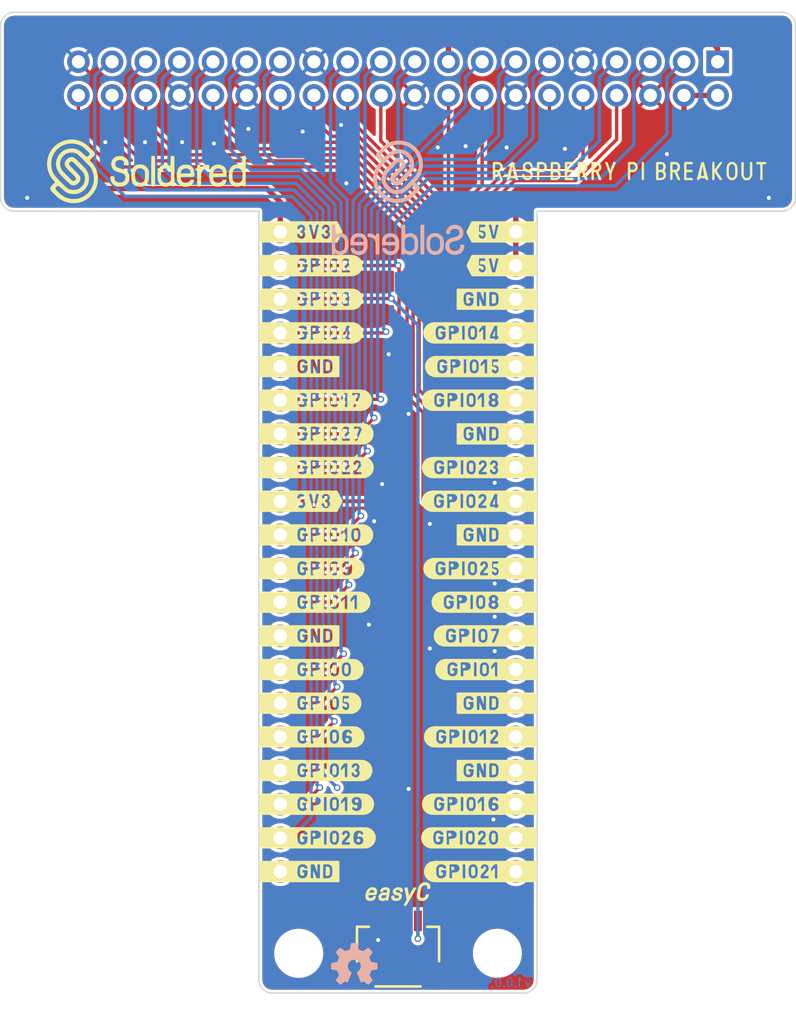
<source format=kicad_pcb>
(kicad_pcb (version 20210126) (generator pcbnew)
  (layers (0 "F.Cu" signal) (31 "B.Cu" signal) (34 "B.Paste" user) (35 "F.Paste" user) (36 "B.SilkS" user "B.Silkscreen") (37 "F.SilkS" user "F.Silkscreen") (38 "B.Mask" user) (39 "F.Mask" user) (44 "Edge.Cuts" user))
  (net 0 "")
  (net 1 "3V3")
  (net 2 "SDA")
  (net 3 "SCL")
  (net 4 "Net-(K1-Pad7)")
  (net 5 "GND")
  (net 6 "Net-(K1-Pad5)")
  (net 7 "Net-(K1-Pad4)")
  (net 8 "Net-(K1-Pad3)")
  (net 9 "Net-(K1-Pad1)")
  (net 10 "Net-(K2-Pad10)")
  (net 11 "Net-(K2-Pad9)")
  (net 12 "Net-(K2-Pad7)")
  (net 13 "Net-(K2-Pad6)")
  (net 14 "Net-(K2-Pad5)")
  (net 15 "Net-(K2-Pad4)")
  (net 16 "Net-(K2-Pad3)")
  (net 17 "Net-(K2-Pad2)")
  (net 18 "Net-(K4-Pad40)")
  (net 19 "Net-(K4-Pad38)")
  (net 20 "Net-(K4-Pad36)")
  (net 21 "Net-(K4-Pad32)")
  (net 22 "Net-(K4-Pad28)")
  (net 23 "Net-(K4-Pad26)")
  (net 24 "Net-(K4-Pad24)")
  (net 25 "Net-(K4-Pad22)")
  (net 26 "Net-(K4-Pad18)")
  (net 27 "Net-(K4-Pad16)")
  (net 28 "Net-(K4-Pad12)")
  (net 29 "Net-(K4-Pad10)")
  (net 30 "Net-(K4-Pad8)")
  (net 31 "Net-(K4-Pad2)")
  (footprint "buzzardLabel" (layer "F.Cu") (at 140.9 133.21)
    (fp_text reference "")
    (fp_text value "")
  )
  (footprint "buzzardLabel" (layer "F.Cu") (at 119.1 135.75)
    (fp_text reference "")
    (fp_text value "")
  )
  (footprint "buzzardLabel" (layer "F.Cu") (at 119.1 107.81)
    (fp_text reference "")
    (fp_text value "")
  )
  (footprint "buzzardLabel" (layer "F.Cu") (at 119.1 115.43)
    (fp_text reference "")
    (fp_text value "")
  )
  (footprint "buzzardLabel" (layer "F.Cu") (at 119.1 128.13)
    (fp_text reference "")
    (fp_text value "")
  )
  (footprint "e-radionica.com footprinti:HOLE_3.2mm" (layer "F.Cu") (at 122.5 147)
    (fp_text reference "H2" hide)
    (fp_text value "HOLE_3.2mm" hide)
  )
  (footprint "buzzardLabel" (layer "F.Cu") (at 140.9 95.11)
    (fp_text reference "")
    (fp_text value "")
  )
  (footprint "Soldered Graphics:Logo-Front-SolderedFULL-15mm" (layer "F.Cu") (at 111 88)
    (fp_text reference "REF**" hide)
    (fp_text value "Logo-Front-SolderedFULL-15mm" hide)
  )
  (footprint "buzzardLabel" (layer "F.Cu") (at 119.1 117.97)
    (fp_text reference "")
    (fp_text value "")
  )
  (footprint "buzzardLabel" (layer "F.Cu") (at 119.1 92.57)
    (fp_text reference "")
    (fp_text value "")
  )
  (footprint "buzzardLabel" (layer "F.Cu") (at 119.1 133.21)
    (fp_text reference "")
    (fp_text value "")
  )
  (footprint "buzzardLabel" (layer "F.Cu") (at 140.9 112.89)
    (fp_text reference "")
    (fp_text value "")
  )
  (footprint "buzzardLabel" (layer "F.Cu") (at 140.9 92.57)
    (fp_text reference "")
    (fp_text value "")
  )
  (footprint "buzzardLabel" (layer "F.Cu") (at 140.9 107.81)
    (fp_text reference "")
    (fp_text value "")
  )
  (footprint "buzzardLabel" (layer "F.Cu") (at 140.9 128.13)
    (fp_text reference "")
    (fp_text value "")
  )
  (footprint "buzzardLabel" (layer "F.Cu") (at 119.1 100.19)
    (fp_text reference "")
    (fp_text value "")
  )
  (footprint "buzzardLabel" (layer "F.Cu") (at 119.1 95.11)
    (fp_text reference "")
    (fp_text value "")
  )
  (footprint "buzzardLabel" (layer "F.Cu") (at 119.1 110.35)
    (fp_text reference "")
    (fp_text value "")
  )
  (footprint "buzzardLabel" (layer "F.Cu") (at 140.9 100.19)
    (fp_text reference "")
    (fp_text value "")
  )
  (footprint "buzzardLabel" (layer "F.Cu") (at 140.9 110.35)
    (fp_text reference "")
    (fp_text value "")
  )
  (footprint "Soldered Graphics:Logo-Back-OSH-3.5mm" (layer "F.Cu") (at 126.7 147.8)
    (fp_text reference "G***" hide)
    (fp_text value "LOGO" hide)
  )
  (footprint "buzzardLabel" (layer "F.Cu") (at 119.1 125.59)
    (fp_text reference "")
    (fp_text value "")
  )
  (footprint "Soldered Graphics:Logo-Back-SolderedVERTICAL-10mm" (layer "F.Cu") (at 130 90)
    (fp_text reference "G***" hide)
    (fp_text value "LOGO" hide)
  )
  (footprint "buzzardLabel" (layer "F.Cu") (at 140.9 120.51)
    (fp_text reference "")
    (fp_text value "")
  )
  (footprint "buzzardLabel" (layer "F.Cu") (at 149 88)
    (fp_text reference "")
    (fp_text value "")
  )
  (footprint "buzzardLabel" (layer "F.Cu") (at 119.1 140.83)
    (fp_text reference "")
    (fp_text value "")
  )
  (footprint "e-radionica.com footprinti:easyC-connector" (layer "F.Cu") (at 130 146.7 180)
    (fp_text reference "K3")
    (fp_text value "easyC-SMD")
  )
  (footprint "buzzardLabel" (layer "F.Cu") (at 119.1 102.73)
    (fp_text reference "")
    (fp_text value "")
  )
  (footprint "buzzardLabel" (layer "F.Cu") (at 140.9 123.05)
    (fp_text reference "")
    (fp_text value "")
  )
  (footprint "buzzardLabel" (layer "F.Cu") (at 119.1 130.67)
    (fp_text reference "")
    (fp_text value "")
  )
  (footprint "buzzardLabel" (layer "F.Cu") (at 119.1 105.27)
    (fp_text reference "")
    (fp_text value "")
  )
  (footprint "buzzardLabel" (layer "F.Cu") (at 140.9 117.97)
    (fp_text reference "")
    (fp_text value "")
  )
  (footprint "buzzardLabel" (layer "F.Cu") (at 140.9 130.67)
    (fp_text reference "")
    (fp_text value "")
  )
  (footprint "e-radionica.com footprinti:FIDUCIAL_1MM_PASTE" (layer "F.Cu") (at 130 148.5)
    (fp_text reference "FD1")
    (fp_text value "Fiducial_Stencil")
  )
  (footprint "e-radionica.com footprinti:RASPBERRY_PI4_HEADER" (layer "F.Cu") (at 130 81 180)
    (fp_text reference "K4")
    (fp_text value "RASPBERRY_PI4_HEADER")
  )
  (footprint "buzzardLabel" (layer "F.Cu") (at 140.9 125.59)
    (fp_text reference "")
    (fp_text value "")
  )
  (footprint "buzzardLabel" (layer "F.Cu") (at 140.9 135.75)
    (fp_text reference "")
    (fp_text value "")
  )
  (footprint "buzzardLabel" (layer "F.Cu") (at 119.1 123.05)
    (fp_text reference "")
    (fp_text value "")
  )
  (footprint "e-radionica.com footprinti:HOLE_3.2mm" (layer "F.Cu") (at 137.5 147)
    (fp_text reference "H1" hide)
    (fp_text value "HOLE_3.2mm" hide)
  )
  (footprint "buzzardLabel" (layer "F.Cu") (at 140.9 140.83)
    (fp_text reference "")
    (fp_text value "")
  )
  (footprint "buzzardLabel" (layer "F.Cu") (at 140.9 115.43)
    (fp_text reference "")
    (fp_text value "")
  )
  (footprint "buzzardLabel" (layer "F.Cu") (at 140.9 105.27)
    (fp_text reference "")
    (fp_text value "")
  )
  (footprint "buzzardLabel" (layer "F.Cu") (at 119.1 97.65)
    (fp_text reference "")
    (fp_text value "")
  )
  (footprint "buzzardLabel" (layer "F.Cu") (at 119.1 138.29)
    (fp_text reference "")
    (fp_text value "")
  )
  (footprint "buzzardLabel" (layer "F.Cu") (at 119.1 112.89)
    (fp_text reference "")
    (fp_text value "")
  )
  (footprint "buzzardLabel" (layer "F.Cu") (at 140.9 102.73)
    (fp_text reference "")
    (fp_text value "")
  )
  (footprint "Soldered Graphics:Logo-Front-easyC-5mm" (layer "F.Cu") (at 130 142.5)
    (fp_text reference "G***" hide)
    (fp_text value "LOGO" hide)
  )
  (footprint "buzzardLabel" (layer "F.Cu") (at 140.9 97.65)
    (fp_text reference "")
    (fp_text value "")
  )
  (footprint "buzzardLabel" (layer "F.Cu") (at 140.9 138.29)
    (fp_text reference "")
    (fp_text value "")
  )
  (footprint "buzzardLabel" (layer "F.Cu") (at 119.1 120.51)
    (fp_text reference "")
    (fp_text value "")
  )
  (footprint "e-radionica.com footprinti:HEADER_MALE_10X1" (layer "B.Cu") (at 138.89 104 90)
    (fp_text reference "K5")
    (fp_text value "HEADER_MALE_10X1")
  )
  (footprint "e-radionica.com footprinti:HEADER_MALE_10X1" (layer "B.Cu") (at 121.11 104 90)
    (fp_text reference "K1")
    (fp_text value "HEADER_MALE_10X1")
  )
  (footprint "e-radionica.com footprinti:HEADER_MALE_10X1" (layer "B.Cu") (at 138.89 129.4 90)
    (fp_text reference "K6")
    (fp_text value "HEADER_MALE_10X1")
  )
  (footprint "e-radionica.com footprinti:HEADER_MALE_10X1" (layer "B.Cu") (at 121.11 129.4 90)
    (fp_text reference "K2")
    (fp_text value "HEADER_MALE_10X1")
  )
  (footprint "Soldered Graphics:Version1.0.0." (layer "B.Cu") (at 138.5 149.2 180)
    (fp_text reference "")
    (fp_text value "")
  )
  (gr_arc (start 139.5 149) (end 139.5 150) (angle -90) (layer "Edge.Cuts") (width 0.1))
  (gr_arc (start 159 90) (end 160 90) (angle 90) (layer "Edge.Cuts") (width 0.1))
  (gr_line (start 140.5 91) (end 140.5 149) (layer "Edge.Cuts") (width 0.1))
  (gr_arc (start 101 77) (end 101 76) (angle -90) (layer "Edge.Cuts") (width 0.1))
  (gr_line (start 100 90) (end 100 77) (layer "Edge.Cuts") (width 0.1))
  (gr_line (start 139.5 150) (end 120.5 150) (layer "Edge.Cuts") (width 0.1))
  (gr_line (start 160 77) (end 160 90) (layer "Edge.Cuts") (width 0.1))
  (gr_arc (start 101 90) (end 101 91) (angle 90) (layer "Edge.Cuts") (width 0.1))
  (gr_line (start 159 91) (end 140.5 91) (layer "Edge.Cuts") (width 0.1))
  (gr_line (start 101 76) (end 159 76) (layer "Edge.Cuts") (width 0.1))
  (gr_line (start 119.5 149) (end 119.5 91) (layer "Edge.Cuts") (width 0.1))
  (gr_line (start 119.5 91) (end 101 91) (layer "Edge.Cuts") (width 0.1))
  (gr_arc (start 120.5 149) (end 120.5 150) (angle 90) (layer "Edge.Cuts") (width 0.1))
  (gr_arc (start 159 77) (end 159 76) (angle 90) (layer "Edge.Cuts") (width 0.1))
  (segment (start 128.09 112.89) (end 121.11 112.89) (width 0.3) (layer "F.Cu") (net 1))
  (segment (start 102.8 78.5) (end 103.8 77.5) (width 0.4) (layer "F.Cu") (net 1))
  (segment (start 103.8 77.5) (end 133 77.5) (width 0.4) (layer "F.Cu") (net 1))
  (segment (start 133.81 78.31) (end 133.81 79.73) (width 0.4) (layer "F.Cu") (net 1))
  (segment (start 107.3 89.3) (end 102.8 84.8) (width 0.4) (layer "F.Cu") (net 1))
  (segment (start 121.11 92.57) (end 121.11 90.31) (width 0.4) (layer "F.Cu") (net 1))
  (segment (start 133 77.5) (end 133.81 78.31) (width 0.4) (layer "F.Cu") (net 1))
  (segment (start 152.9 77.5) (end 154.13 78.73) (width 0.4) (layer "F.Cu") (net 1))
  (segment (start 129.5 114.3) (end 128.09 112.89) (width 0.3) (layer "F.Cu") (net 1))
  (segment (start 129.5 144.55) (end 129.5 114.3) (width 0.3) (layer "F.Cu") (net 1))
  (segment (start 121.11 90.31) (end 120.1 89.3) (width 0.4) (layer "F.Cu") (net 1))
  (segment (start 102.8 84.8) (end 102.8 78.5) (width 0.4) (layer "F.Cu") (net 1))
  (segment (start 154.13 78.73) (end 154.13 79.73) (width 0.4) (layer "F.Cu") (net 1))
  (segment (start 133 77.5) (end 152.9 77.5) (width 0.4) (layer "F.Cu") (net 1))
  (segment (start 120.1 89.3) (end 107.3 89.3) (width 0.4) (layer "F.Cu") (net 1))
  (segment (start 122.9 93.5) (end 122.9 112.2) (width 0.4) (layer "B.Cu") (net 1))
  (segment (start 121.11 92.57) (end 121.97 92.57) (width 0.4) (layer "B.Cu") (net 1))
  (segment (start 121.97 92.57) (end 122.9 93.5) (width 0.4) (layer "B.Cu") (net 1))
  (segment (start 122.21 112.89) (end 121.11 112.89) (width 0.4) (layer "B.Cu") (net 1))
  (segment (start 122.9 112.2) (end 122.21 112.89) (width 0.4) (layer "B.Cu") (net 1))
  (segment (start 129.99 95.11) (end 121.11 95.11) (width 0.254) (layer "F.Cu") (net 2))
  (segment (start 130 95.1) (end 130.077011 95.177011) (width 0.254) (layer "F.Cu") (net 2))
  (segment (start 130.5 141.9) (end 130.5 144.55) (width 0.254) (layer "F.Cu") (net 2))
  (segment (start 130.077011 141.477011) (end 130.5 141.9) (width 0.254) (layer "F.Cu") (net 2))
  (segment (start 130.077011 95.177011) (end 130.077011 141.477011) (width 0.254) (layer "F.Cu") (net 2))
  (segment (start 130 95.1) (end 129.99 95.11) (width 0.254) (layer "F.Cu") (net 2))
  (via (at 130 95.1) (size 0.5) (drill 0.3) (layers "F.Cu" "B.Cu") (net 2))
  (segment (start 129.81608 91.88392) (end 132.6 89.1) (width 0.254) (layer "B.Cu") (net 2))
  (segment (start 151.47 79.73) (end 151.59 79.73) (width 0.254) (layer "B.Cu") (net 2))
  (segment (start 150.3 80.9) (end 151.47 79.73) (width 0.254) (layer "B.Cu") (net 2))
  (segment (start 146.4 89.1) (end 150.3 85.2) (width 0.254) (layer "B.Cu") (net 2))
  (segment (start 150.3 85.2) (end 150.3 80.9) (width 0.254) (layer "B.Cu") (net 2))
  (segment (start 132.6 89.1) (end 146.4 89.1) (width 0.254) (layer "B.Cu") (net 2))
  (segment (start 130 95.1) (end 129.81608 94.91608) (width 0.254) (layer "B.Cu") (net 2))
  (segment (start 129.81608 94.91608) (end 129.81608 91.88392) (width 0.254) (layer "B.Cu") (net 2))
  (segment (start 129.5 97.6) (end 121.16 97.6) (width 0.254) (layer "F.Cu") (net 3))
  (segment (start 121.16 97.6) (end 121.11 97.65) (width 0.254) (layer "F.Cu") (net 3))
  (segment (start 131.5 145.9) (end 131.5 144.55) (width 0.254) (layer "F.Cu") (net 3))
  (via (at 131.5 145.9) (size 0.5) (drill 0.3) (layers "F.Cu" "B.Cu") (net 3))
  (via (at 129.5 97.6) (size 0.5) (drill 0.3) (layers "F.Cu" "B.Cu") (net 3))
  (segment (start 131.5 99.6) (end 131.5 145.9) (width 0.254) (layer "B.Cu") (net 3))
  (segment (start 149.05 79.75) (end 149.05 79.73) (width 0.254) (layer "B.Cu") (net 3))
  (segment (start 129.5 97.6) (end 129.36206 97.46206) (width 0.254) (layer "B.Cu") (net 3))
  (segment (start 129.36206 97.46206) (end 129.36206 91.43794) (width 0.254) (layer "B.Cu") (net 3))
  (segment (start 145.24598 88.55402) (end 147.8 86) (width 0.254) (layer "B.Cu") (net 3))
  (segment (start 129.5 97.6) (end 131.5 99.6) (width 0.254) (layer "B.Cu") (net 3))
  (segment (start 147.8 86) (end 147.8 81) (width 0.254) (layer "B.Cu") (net 3))
  (segment (start 129.36206 91.43794) (end 132.24598 88.55402) (width 0.254) (layer "B.Cu") (net 3))
  (segment (start 132.24598 88.55402) (end 145.24598 88.55402) (width 0.254) (layer "B.Cu") (net 3))
  (segment (start 147.8 81) (end 149.05 79.75) (width 0.254) (layer "B.Cu") (net 3))
  (segment (start 129.01 100.19) (end 121.11 100.19) (width 0.254) (layer "F.Cu") (net 4))
  (segment (start 129.1 100.1) (end 129.01 100.19) (width 0.254) (layer "F.Cu") (net 4))
  (via (at 129.1 100.1) (size 0.5) (drill 0.3) (layers "F.Cu" "B.Cu") (net 4))
  (segment (start 128.90804 91.234042) (end 128.90804 99.90804) (width 0.254) (layer "B.Cu") (net 4))
  (segment (start 128.90804 99.90804) (end 129.1 100.1) (width 0.254) (layer "B.Cu") (net 4))
  (segment (start 145.2 85.7) (end 142.8 88.1) (width 0.254) (layer "B.Cu") (net 4))
  (segment (start 145.2 80.9) (end 145.2 85.7) (width 0.254) (layer "B.Cu") (net 4))
  (segment (start 132.042082 88.1) (end 128.90804 91.234042) (width 0.254) (layer "B.Cu") (net 4))
  (segment (start 146.37 79.73) (end 145.2 80.9) (width 0.254) (layer "B.Cu") (net 4))
  (segment (start 146.51 79.73) (end 146.37 79.73) (width 0.254) (layer "B.Cu") (net 4))
  (segment (start 142.8 88.1) (end 132.042082 88.1) (width 0.254) (layer "B.Cu") (net 4))
  (segment (start 138.89 107.81) (end 138.61 107.81) (width 0.254) (layer "F.Cu") (net 5))
  (via (at 127.8 122.2) (size 0.5) (drill 0.3) (layers "F.Cu" "B.Cu") (net 5))
  (via (at 118.7 84.8) (size 0.5) (drill 0.3) (layers "F.Cu" "B.Cu") (net 5))
  (via (at 158 90) (size 0.5) (drill 0.3) (layers "F.Cu" "B.Cu") (net 5))
  (via (at 132.4 114.6) (size 0.5) (drill 0.3) (layers "F.Cu" "B.Cu") (net 5))
  (via (at 132.4 124) (size 0.5) (drill 0.3) (layers "F.Cu" "B.Cu") (net 5))
  (via (at 128.8 111.6) (size 0.5) (drill 0.3) (layers "F.Cu" "B.Cu") (net 5))
  (via (at 122.8 85) (size 0.5) (drill 0.3) (layers "F.Cu" "B.Cu") (net 5))
  (via (at 150.3 86.7) (size 0.5) (drill 0.3) (layers "F.Cu" "B.Cu") (net 5))
  (via (at 137.3 119.1) (size 0.5) (drill 0.3) (layers "F.Cu" "B.Cu") (net 5))
  (via (at 135.1 86.1) (size 0.5) (drill 0.3) (layers "F.Cu" "B.Cu") (net 5))
  (via (at 130.8 134.6) (size 0.5) (drill 0.3) (layers "F.Cu" "B.Cu") (net 5))
  (via (at 102 90) (size 0.5) (drill 0.3) (layers "F.Cu" "B.Cu") (net 5))
  (via (at 129.3 101.8) (size 0.5) (drill 0.3) (layers "F.Cu" "B.Cu") (net 5))
  (via (at 128.2 114.4) (size 0.5) (drill 0.3) (layers "F.Cu" "B.Cu") (net 5))
  (via (at 126.1 88.9) (size 0.5) (drill 0.3) (layers "F.Cu" "B.Cu") (net 5))
  (via (at 137.2 136.9) (size 0.5) (drill 0.3) (layers "F.Cu" "B.Cu") (net 5))
  (via (at 116.1 85.9) (size 0.5) (drill 0.3) (layers "F.Cu" "B.Cu") (net 5))
  (via (at 125.7 84.5) (size 0.5) (drill 0.3) (layers "F.Cu" "B.Cu") (net 5))
  (via (at 137.3 121.6) (size 0.5) (drill 0.3) (layers "F.Cu" "B.Cu") (net 5))
  (via (at 113.7 85.8) (size 0.5) (drill 0.3) (layers "F.Cu" "B.Cu") (net 5))
  (via (at 137.3 124.2) (size 0.5) (drill 0.3) (layers "F.Cu" "B.Cu") (net 5))
  (via (at 138.2 86.2) (size 0.5) (drill 0.3) (layers "F.Cu" "B.Cu") (net 5))
  (via (at 137.3 111.5) (size 0.5) (drill 0.3) (layers "F.Cu" "B.Cu") (net 5))
  (via (at 133 86.2) (size 0.5) (drill 0.3) (layers "F.Cu" "B.Cu") (net 5))
  (via (at 128.5 146) (size 0.5) (drill 0.3) (layers "F.Cu" "B.Cu") (net 5))
  (via (at 107.9 85.8) (size 0.5) (drill 0.3) (layers "F.Cu" "B.Cu") (net 5))
  (via (at 142.6 86.3) (size 0.5) (drill 0.3) (layers "F.Cu" "B.Cu") (net 5))
  (via (at 110.9 85.8) (size 0.5) (drill 0.3) (layers "F.Cu" "B.Cu") (net 5))
  (via (at 130.8 106.3) (size 0.5) (drill 0.3) (layers "F.Cu" "B.Cu") (net 5))
  (segment (start 121.18 105.2) (end 121.11 105.27) (width 0.254) (layer "F.Cu") (net 6))
  (segment (start 128.7 105.2) (end 121.18 105.2) (width 0.254) (layer "F.Cu") (net 6))
  (via (at 128.7 105.2) (size 0.5) (drill 0.3) (layers "F.Cu" "B.Cu") (net 6))
  (segment (start 128.45402 104.95402) (end 128.7 105.2) (width 0.254) (layer "B.Cu") (net 6))
  (segment (start 138.1 87.6) (end 131.9 87.6) (width 0.254) (layer "B.Cu") (net 6))
  (segment (start 140.2 85.5) (end 138.1 87.6) (width 0.254) (layer "B.Cu") (net 6))
  (segment (start 141.43 79.73) (end 140.2 80.96) (width 0.254) (layer "B.Cu") (net 6))
  (segment (start 140.2 80.96) (end 140.2 85.5) (width 0.254) (layer "B.Cu") (net 6))
  (segment (start 128.45402 91.04598) (end 128.45402 104.95402) (width 0.254) (layer "B.Cu") (net 6))
  (segment (start 131.9 87.6) (end 128.45402 91.04598) (width 0.254) (layer "B.Cu") (net 6))
  (segment (start 126.99 107.81) (end 121.11 107.81) (width 0.254) (layer "F.Cu") (net 7))
  (segment (start 128.2 106.6) (end 126.99 107.81) (width 0.254) (layer "F.Cu") (net 7))
  (via (at 128.2 106.6) (size 0.5) (drill 0.3) (layers "F.Cu" "B.Cu") (net 7))
  (segment (start 135.8 87.1) (end 137.6 85.3) (width 0.254) (layer "B.Cu") (net 7))
  (segment (start 128 106.4) (end 128 90.842082) (width 0.254) (layer "B.Cu") (net 7))
  (segment (start 138.67 79.73) (end 138.89 79.73) (width 0.254) (layer "B.Cu") (net 7))
  (segment (start 137.6 80.8) (end 138.67 79.73) (width 0.254) (layer "B.Cu") (net 7))
  (segment (start 131.742082 87.1) (end 135.8 87.1) (width 0.254) (layer "B.Cu") (net 7))
  (segment (start 128 90.842082) (end 131.742082 87.1) (width 0.254) (layer "B.Cu") (net 7))
  (segment (start 137.6 85.3) (end 137.6 80.8) (width 0.254) (layer "B.Cu") (net 7))
  (segment (start 128.2 106.6) (end 128 106.4) (width 0.254) (layer "B.Cu") (net 7))
  (segment (start 127.7 109.1) (end 126.5 110.3) (width 0.254) (layer "F.Cu") (net 8))
  (segment (start 121.16 110.3) (end 121.11 110.35) (width 0.254) (layer "F.Cu") (net 8))
  (segment (start 126.5 110.3) (end 121.16 110.3) (width 0.254) (layer "F.Cu") (net 8))
  (via (at 127.7 109.1) (size 0.5) (drill 0.3) (layers "F.Cu" "B.Cu") (net 8))
  (segment (start 127.51608 108.91608) (end 127.51608 90.68392) (width 0.254) (layer "B.Cu") (net 8))
  (segment (start 136.27 79.73) (end 136.35 79.73) (width 0.254) (layer "B.Cu") (net 8))
  (segment (start 135.1 83.1) (end 135.1 80.9) (width 0.254) (layer "B.Cu") (net 8))
  (segment (start 127.7 109.1) (end 127.51608 108.91608) (width 0.254) (layer "B.Cu") (net 8))
  (segment (start 135.1 80.9) (end 136.27 79.73) (width 0.254) (layer "B.Cu") (net 8))
  (segment (start 127.51608 90.68392) (end 135.1 83.1) (width 0.254) (layer "B.Cu") (net 8))
  (segment (start 127.2 114) (end 125.8 115.4) (width 0.254) (layer "F.Cu") (net 9))
  (segment (start 125.8 115.4) (end 121.14 115.4) (width 0.254) (layer "F.Cu") (net 9))
  (segment (start 121.14 115.4) (end 121.11 115.43) (width 0.254) (layer "F.Cu") (net 9))
  (via (at 127.2 114) (size 0.5) (drill 0.3) (layers "F.Cu" "B.Cu") (net 9))
  (segment (start 127.2 114) (end 127.06206 113.86206) (width 0.254) (layer "B.Cu") (net 9))
  (segment (start 130 81) (end 131.27 79.73) (width 0.254) (layer "B.Cu") (net 9))
  (segment (start 130 87.5) (end 130 81) (width 0.254) (layer "B.Cu") (net 9))
  (segment (start 127.06206 113.86206) (end 127.06206 90.43794) (width 0.254) (layer "B.Cu") (net 9))
  (segment (start 127.06206 90.43794) (end 130 87.5) (width 0.254) (layer "B.Cu") (net 9))
  (segment (start 121.14 118) (end 121.11 117.97) (width 0.254) (layer "F.Cu") (net 10))
  (segment (start 125.6 118) (end 121.14 118) (width 0.254) (layer "F.Cu") (net 10))
  (segment (start 126.8 116.8) (end 125.6 118) (width 0.254) (layer "F.Cu") (net 10))
  (via (at 126.8 116.8) (size 0.5) (drill 0.3) (layers "F.Cu" "B.Cu") (net 10))
  (segment (start 126.8 116.8) (end 126.60804 116.60804) (width 0.254) (layer "B.Cu") (net 10))
  (segment (start 127.5 89.3) (end 127.5 80.8) (width 0.254) (layer "B.Cu") (net 10))
  (segment (start 128.57 79.73) (end 128.73 79.73) (width 0.254) (layer "B.Cu") (net 10))
  (segment (start 126.60804 90.19196) (end 127.5 89.3) (width 0.254) (layer "B.Cu") (net 10))
  (segment (start 126.60804 116.60804) (end 126.60804 90.19196) (width 0.254) (layer "B.Cu") (net 10))
  (segment (start 127.5 80.8) (end 128.57 79.73) (width 0.254) (layer "B.Cu") (net 10))
  (segment (start 122.41 120.51) (end 121.11 120.51) (width 0.254) (layer "F.Cu") (net 11))
  (segment (start 125 120.5) (end 122.42 120.5) (width 0.254) (layer "F.Cu") (net 11))
  (segment (start 126.3 119.2) (end 125 120.5) (width 0.254) (layer "F.Cu") (net 11))
  (segment (start 122.42 120.5) (end 122.41 120.51) (width 0.254) (layer "F.Cu") (net 11))
  (via (at 126.3 119.2) (size 0.5) (drill 0.3) (layers "F.Cu" "B.Cu") (net 11))
  (segment (start 126.15402 90.127775) (end 124.9 88.873754) (width 0.254) (layer "B.Cu") (net 11))
  (segment (start 126.17 79.73) (end 126.19 79.73) (width 0.254) (layer "B.Cu") (net 11))
  (segment (start 126.3 119.2) (end 126.15402 119.05402) (width 0.254) (layer "B.Cu") (net 11))
  (segment (start 126.15402 119.05402) (end 126.15402 90.127775) (width 0.254) (layer "B.Cu") (net 11))
  (segment (start 124.9 88.873754) (end 124.9 81) (width 0.254) (layer "B.Cu") (net 11))
  (segment (start 124.9 81) (end 126.17 79.73) (width 0.254) (layer "B.Cu") (net 11))
  (segment (start 124.71 125.59) (end 121.11 125.59) (width 0.254) (layer "F.Cu") (net 12))
  (segment (start 125.9 124.4) (end 124.71 125.59) (width 0.254) (layer "F.Cu") (net 12))
  (via (at 125.9 124.4) (size 0.5) (drill 0.3) (layers "F.Cu" "B.Cu") (net 12))
  (segment (start 125.7 90.315836) (end 122.784164 87.4) (width 0.254) (layer "B.Cu") (net 12))
  (segment (start 122.784164 87.4) (end 120.7 87.4) (width 0.254) (layer "B.Cu") (net 12))
  (segment (start 119.9 80.9) (end 121.07 79.73) (width 0.254) (layer "B.Cu") (net 12))
  (segment (start 120.7 87.4) (end 119.9 86.6) (width 0.254) (layer "B.Cu") (net 12))
  (segment (start 121.07 79.73) (end 121.11 79.73) (width 0.254) (layer "B.Cu") (net 12))
  (segment (start 125.7 124.2) (end 125.7 90.315836) (width 0.254) (layer "B.Cu") (net 12))
  (segment (start 125.9 124.4) (end 125.7 124.2) (width 0.254) (layer "B.Cu") (net 12))
  (segment (start 119.9 86.6) (end 119.9 80.9) (width 0.254) (layer "B.Cu") (net 12))
  (segment (start 124.2 128.1) (end 121.14 128.1) (width 0.254) (layer "F.Cu") (net 13))
  (segment (start 121.14 128.1) (end 121.11 128.13) (width 0.254) (layer "F.Cu") (net 13))
  (segment (start 125.4 126.9) (end 124.2 128.1) (width 0.254) (layer "F.Cu") (net 13))
  (via (at 125.4 126.9) (size 0.5) (drill 0.3) (layers "F.Cu" "B.Cu") (net 13))
  (segment (start 125.24598 126.74598) (end 125.24598 90.503898) (width 0.254) (layer "B.Cu") (net 13))
  (segment (start 122.642082 87.9) (end 118.9 87.9) (width 0.254) (layer "B.Cu") (net 13))
  (segment (start 118.9 87.9) (end 117.3 86.3) (width 0.254) (layer "B.Cu") (net 13))
  (segment (start 117.3 81) (end 118.57 79.73) (width 0.254) (layer "B.Cu") (net 13))
  (segment (start 125.24598 90.503898) (end 122.642082 87.9) (width 0.254) (layer "B.Cu") (net 13))
  (segment (start 125.4 126.9) (end 125.24598 126.74598) (width 0.254) (layer "B.Cu") (net 13))
  (segment (start 117.3 86.3) (end 117.3 81) (width 0.254) (layer "B.Cu") (net 13))
  (segment (start 121.18 130.6) (end 121.11 130.67) (width 0.254) (layer "F.Cu") (net 14))
  (segment (start 125.2 129.5) (end 124.1 130.6) (width 0.254) (layer "F.Cu") (net 14))
  (segment (start 124.1 130.6) (end 121.18 130.6) (width 0.254) (layer "F.Cu") (net 14))
  (via (at 125.2 129.5) (size 0.5) (drill 0.3) (layers "F.Cu" "B.Cu") (net 14))
  (segment (start 114.8 87.4) (end 114.8 80.96) (width 0.254) (layer "B.Cu") (net 14))
  (segment (start 125.2 129.5) (end 124.79196 129.09196) (width 0.254) (layer "B.Cu") (net 14))
  (segment (start 122.5 88.4) (end 115.8 88.4) (width 0.254) (layer "B.Cu") (net 14))
  (segment (start 115.8 88.4) (end 114.8 87.4) (width 0.254) (layer "B.Cu") (net 14))
  (segment (start 114.8 80.96) (end 116.03 79.73) (width 0.254) (layer "B.Cu") (net 14))
  (segment (start 124.79196 129.09196) (end 124.79196 90.69196) (width 0.254) (layer "B.Cu") (net 14))
  (segment (start 124.79196 90.69196) (end 122.5 88.4) (width 0.254) (layer "B.Cu") (net 14))
  (segment (start 121.12 133.2) (end 121.11 133.21) (width 0.254) (layer "F.Cu") (net 15))
  (segment (start 124.1 133.2) (end 121.12 133.2) (width 0.254) (layer "F.Cu") (net 15))
  (segment (start 125.4 134.5) (end 124.1 133.2) (width 0.254) (layer "F.Cu") (net 15))
  (via (at 125.4 134.5) (size 0.5) (drill 0.3) (layers "F.Cu" "B.Cu") (net 15))
  (segment (start 113.4 88.9) (end 112.2 87.7) (width 0.254) (layer "B.Cu") (net 15))
  (segment (start 124.33794 90.93794) (end 122.3 88.9) (width 0.254) (layer "B.Cu") (net 15))
  (segment (start 112.2 87.7) (end 112.2 81) (width 0.254) (layer "B.Cu") (net 15))
  (segment (start 124.33794 133.43794) (end 124.33794 90.93794) (width 0.254) (layer "B.Cu") (net 15))
  (segment (start 113.47 79.73) (end 113.49 79.73) (width 0.254) (layer "B.Cu") (net 15))
  (segment (start 122.3 88.9) (end 113.4 88.9) (width 0.254) (layer "B.Cu") (net 15))
  (segment (start 112.2 81) (end 113.47 79.73) (width 0.254) (layer "B.Cu") (net 15))
  (segment (start 125.4 134.5) (end 124.33794 133.43794) (width 0.254) (layer "B.Cu") (net 15))
  (segment (start 122.85 135.75) (end 121.11 135.75) (width 0.254) (layer "F.Cu") (net 16))
  (segment (start 124.1 134.5) (end 122.85 135.75) (width 0.254) (layer "F.Cu") (net 16))
  (via (at 124.1 134.5) (size 0.5) (drill 0.3) (layers "F.Cu" "B.Cu") (net 16))
  (segment (start 124.1 134.5) (end 123.88392 134.28392) (width 0.254) (layer "B.Cu") (net 16))
  (segment (start 110.95 79.75) (end 110.95 79.73) (width 0.254) (layer "B.Cu") (net 16))
  (segment (start 109.7 88.1) (end 109.7 81) (width 0.254) (layer "B.Cu") (net 16))
  (segment (start 123.88392 91.141838) (end 122.142082 89.4) (width 0.254) (layer "B.Cu") (net 16))
  (segment (start 111 89.4) (end 109.7 88.1) (width 0.254) (layer "B.Cu") (net 16))
  (segment (start 123.88392 134.28392) (end 123.88392 91.141838) (width 0.254) (layer "B.Cu") (net 16))
  (segment (start 109.7 81) (end 110.95 79.75) (width 0.254) (layer "B.Cu") (net 16))
  (segment (start 122.142082 89.4) (end 111 89.4) (width 0.254) (layer "B.Cu") (net 16))
  (segment (start 109.4 89.9) (end 122 89.9) (width 0.254) (layer "B.Cu") (net 17))
  (segment (start 108.17 79.73) (end 107.1 80.8) (width 0.254) (layer "B.Cu") (net 17))
  (segment (start 123.4299 136.7701) (end 121.91 138.29) (width 0.254) (layer "B.Cu") (net 17))
  (segment (start 122 89.9) (end 123.4299 91.3299) (width 0.254) (layer "B.Cu") (net 17))
  (segment (start 107.1 80.8) (end 107.1 87.6) (width 0.254) (layer "B.Cu") (net 17))
  (segment (start 107.1 87.6) (end 109.4 89.9) (width 0.254) (layer "B.Cu") (net 17))
  (segment (start 121.91 138.29) (end 121.11 138.29) (width 0.254) (layer "B.Cu") (net 17))
  (segment (start 123.4299 91.3299) (end 123.4299 136.7701) (width 0.254) (layer "B.Cu") (net 17))
  (segment (start 108.41 79.73) (end 108.17 79.73) (width 0.254) (layer "B.Cu") (net 17))
  (segment (start 126.109568 87.66206) (end 108.36206 87.66206) (width 0.254) (layer "F.Cu") (net 18))
  (segment (start 137.93 140.83) (end 134.7 137.6) (width 0.254) (layer "F.Cu") (net 18))
  (segment (start 131.89196 112.79196) (end 131.89196 106.19196) (width 0.254) (layer "F.Cu") (net 18))
  (segment (start 105.87 85.17) (end 105.87 82.27) (width 0.254) (layer "F.Cu") (net 18))
  (segment (start 134.7 137.6) (end 134.7 125.5) (width 0.254) (layer "F.Cu") (net 18))
  (segment (start 133.44598 124.24598) (end 133.44598 114.34598) (width 0.254) (layer "F.Cu") (net 18))
  (segment (start 131.89196 106.19196) (end 130.68392 104.98392) (width 0.254) (layer "F.Cu") (net 18))
  (segment (start 138.89 140.83) (end 137.93 140.83) (width 0.254) (layer "F.Cu") (net 18))
  (segment (start 134.7 125.5) (end 133.44598 124.24598) (width 0.254) (layer "F.Cu") (net 18))
  (segment (start 133.44598 114.34598) (end 131.89196 112.79196) (width 0.254) (layer "F.Cu") (net 18))
  (segment (start 108.36206 87.66206) (end 105.87 85.17) (width 0.254) (layer "F.Cu") (net 18))
  (segment (start 130.68392 104.98392) (end 130.68392 92.236412) (width 0.254) (layer "F.Cu") (net 18))
  (segment (start 130.68392 92.236412) (end 126.109568 87.66206) (width 0.254) (layer "F.Cu") (net 18))
  (segment (start 135.2 135.9) (end 135.2 125.3) (width 0.254) (layer "F.Cu") (net 19))
  (segment (start 110.60804 87.20804) (end 108.41 85.01) (width 0.254) (layer "F.Cu") (net 19))
  (segment (start 131.13794 104.73794) (end 131.13794 92.04835) (width 0.254) (layer "F.Cu") (net 19))
  (segment (start 133.9 114.1) (end 132.34598 112.54598) (width 0.254) (layer "F.Cu") (net 19))
  (segment (start 108.41 85.01) (end 108.41 82.27) (width 0.254) (layer "F.Cu") (net 19))
  (segment (start 133.9 124) (end 133.9 114.1) (width 0.254) (layer "F.Cu") (net 19))
  (segment (start 132.34598 112.54598) (end 132.34598 105.94598) (width 0.254) (layer "F.Cu") (net 19))
  (segment (start 138.89 138.29) (end 137.59 138.29) (width 0.254) (layer "F.Cu") (net 19))
  (segment (start 137.59 138.29) (end 135.2 135.9) (width 0.254) (layer "F.Cu") (net 19))
  (segment (start 132.34598 105.94598) (end 131.13794 104.73794) (width 0.254) (layer "F.Cu") (net 19))
  (segment (start 131.13794 92.04835) (end 126.29763 87.20804) (width 0.254) (layer "F.Cu") (net 19))
  (segment (start 135.2 125.3) (end 133.9 124) (width 0.254) (layer "F.Cu") (net 19))
  (segment (start 126.29763 87.20804) (end 110.60804 87.20804) (width 0.254) (layer "F.Cu") (net 19))
  (segment (start 131.59196 104.49196) (end 131.59196 91.860288) (width 0.254) (layer "F.Cu") (net 20))
  (segment (start 134.43794 123.880022) (end 134.43794 113.980022) (width 0.254) (layer "F.Cu") (net 20))
  (segment (start 137.75 135.75) (end 135.7 133.7) (width 0.254) (layer "F.Cu") (net 20))
  (segment (start 135.7 133.7) (end 135.7 125.142082) (width 0.254) (layer "F.Cu") (net 20))
  (segment (start 132.8 112.342082) (end 132.8 105.7) (width 0.254) (layer "F.Cu") (net 20))
  (segment (start 110.95 84.25) (end 110.95 82.27) (width 0.254) (layer "F.Cu") (net 20))
  (segment (start 138.89 135.75) (end 137.75 135.75) (width 0.254) (layer "F.Cu") (net 20))
  (segment (start 126.485692 86.75402) (end 113.45402 86.75402) (width 0.254) (layer "F.Cu") (net 20))
  (segment (start 131.59196 91.860288) (end 126.485692 86.75402) (width 0.254) (layer "F.Cu") (net 20))
  (segment (start 134.43794 113.980022) (end 132.8 112.342082) (width 0.254) (layer "F.Cu") (net 20))
  (segment (start 113.45402 86.75402) (end 110.95 84.25) (width 0.254) (layer "F.Cu") (net 20))
  (segment (start 135.7 125.142082) (end 134.43794 123.880022) (width 0.254) (layer "F.Cu") (net 20))
  (segment (start 132.8 105.7) (end 131.59196 104.49196) (width 0.254) (layer "F.Cu") (net 20))
  (segment (start 118.6 86.3) (end 116.03 83.73) (width 0.254) (layer "F.Cu") (net 21))
  (segment (start 138.89 130.67) (end 137.67 130.67) (width 0.254) (layer "F.Cu") (net 21))
  (segment (start 116.03 83.73) (end 116.03 82.27) (width 0.254) (layer "F.Cu") (net 21))
  (segment (start 132.04598 91.672226) (end 126.673754 86.3) (width 0.254) (layer "F.Cu") (net 21))
  (segment (start 133.3 112.2) (end 133.3 105.5) (width 0.254) (layer "F.Cu") (net 21))
  (segment (start 134.89196 123.69196) (end 134.89196 113.79196) (width 0.254) (layer "F.Cu") (net 21))
  (segment (start 136.2 125) (end 134.89196 123.69196) (width 0.254) (layer "F.Cu") (net 21))
  (segment (start 132.04598 104.24598) (end 132.04598 91.672226) (width 0.254) (layer "F.Cu") (net 21))
  (segment (start 126.673754 86.3) (end 118.6 86.3) (width 0.254) (layer "F.Cu") (net 21))
  (segment (start 134.89196 113.79196) (end 133.3 112.2) (width 0.254) (layer "F.Cu") (net 21))
  (segment (start 137.67 130.67) (end 136.2 129.2) (width 0.254) (layer "F.Cu") (net 21))
  (segment (start 136.2 129.2) (end 136.2 125) (width 0.254) (layer "F.Cu") (net 21))
  (segment (start 133.3 105.5) (end 132.04598 104.24598) (width 0.254) (layer "F.Cu") (net 21))
  (segment (start 135.34598 123.34598) (end 135.34598 113.54598) (width 0.254) (layer "F.Cu") (net 22))
  (segment (start 132.5 104) (end 132.5 91.484164) (width 0.254) (layer "F.Cu") (net 22))
  (segment (start 126.823876 85.80804) (end 122.40804 85.80804) (width 0.254) (layer "F.Cu") (net 22))
  (segment (start 133.8 105.3) (end 132.5 104) (width 0.254) (layer "F.Cu") (net 22))
  (segment (start 122.40804 85.80804) (end 121.11 84.51) (width 0.254) (layer "F.Cu") (net 22))
  (segment (start 121.11 84.51) (end 121.11 82.27) (width 0.254) (layer "F.Cu") (net 22))
  (segment (start 138.89 125.59) (end 137.59 125.59) (width 0.254) (layer "F.Cu") (net 22))
  (segment (start 133.8 112) (end 133.8 105.3) (width 0.254) (layer "F.Cu") (net 22))
  (segment (start 137.59 125.59) (end 135.34598 123.34598) (width 0.254) (layer "F.Cu") (net 22))
  (segment (start 132.5 91.484164) (end 126.823876 85.80804) (width 0.254) (layer "F.Cu") (net 22))
  (segment (start 135.34598 113.54598) (end 133.8 112) (width 0.254) (layer "F.Cu") (net 22))
  (segment (start 135.8 113.3) (end 134.3 111.8) (width 0.254) (layer "F.Cu") (net 23))
  (segment (start 133 103.8) (end 133 91.342082) (width 0.254) (layer "F.Cu") (net 23))
  (segment (start 134.3 105.1) (end 133 103.8) (width 0.254) (layer "F.Cu") (net 23))
  (segment (start 138.89 123.05) (end 137.75 123.05) (width 0.254) (layer "F.Cu") (net 23))
  (segment (start 137.75 123.05) (end 135.8 121.1) (width 0.254) (layer "F.Cu") (net 23))
  (segment (start 135.8 121.1) (end 135.8 113.3) (width 0.254) (layer "F.Cu") (net 23))
  (segment (start 123.65 84.05) (end 123.65 82.27) (width 0.254) (layer "F.Cu") (net 23))
  (segment (start 133 91.342082) (end 127.011938 85.35402) (width 0.254) (layer "F.Cu") (net 23))
  (segment (start 124.95402 85.35402) (end 123.65 84.05) (width 0.254) (layer "F.Cu") (net 23))
  (segment (start 134.3 111.8) (end 134.3 105.1) (width 0.254) (layer "F.Cu") (net 23))
  (segment (start 127.011938 85.35402) (end 124.95402 85.35402) (width 0.254) (layer "F.Cu") (net 23))
  (segment (start 126.19 83.89) (end 126.19 82.27) (width 0.254) (layer "F.Cu") (net 24))
  (segment (start 134.8 104.9) (end 133.5 103.6) (width 0.254) (layer "F.Cu") (net 24))
  (segment (start 134.8 111.6) (end 134.8 104.9) (width 0.254) (layer "F.Cu") (net 24))
  (segment (start 137.61 120.51) (end 136.3 119.2) (width 0.254) (layer "F.Cu") (net 24))
  (segment (start 133.5 91.2) (end 126.19 83.89) (width 0.254) (layer "F.Cu") (net 24))
  (segment (start 136.3 113.1) (end 134.8 111.6) (width 0.254) (layer "F.Cu") (net 24))
  (segment (start 133.5 103.6) (end 133.5 91.2) (width 0.254) (layer "F.Cu") (net 24))
  (segment (start 138.89 120.51) (end 137.61 120.51) (width 0.254) (layer "F.Cu") (net 24))
  (segment (start 136.3 119.2) (end 136.3 113.1) (width 0.254) (layer "F.Cu") (net 24))
  (segment (start 128.7 82.3) (end 128.7 85.7) (width 0.254) (layer "F.Cu") (net 25))
  (segment (start 136.8 117.2) (end 137.57 117.97) (width 0.254) (layer "F.Cu") (net 25))
  (segment (start 136.8 112.9) (end 136.8 117.2) (width 0.254) (layer "F.Cu") (net 25))
  (segment (start 135.3 111.4) (end 136.8 112.9) (width 0.254) (layer "F.Cu") (net 25))
  (segment (start 128.7 85.7) (end 133.99196 90.99196) (width 0.254) (layer "F.Cu") (net 25))
  (segment (start 135.3 104.7) (end 135.3 111.4) (width 0.254) (layer "F.Cu") (net 25))
  (segment (start 128.73 82.27) (end 128.7 82.3) (width 0.254) (layer "F.Cu") (net 25))
  (segment (start 133.99196 90.99196) (end 133.99196 103.39196) (width 0.254) (layer "F.Cu") (net 25))
  (segment (start 133.99196 103.39196) (end 135.3 104.7) (width 0.254) (layer "F.Cu") (net 25))
  (segment (start 137.57 117.97) (end 138.89 117.97) (width 0.254) (layer "F.Cu") (net 25))
  (segment (start 134.44598 90.803898) (end 133.81 90.167918) (width 0.254) (layer "F.Cu") (net 26))
  (segment (start 135.9 104.642082) (end 134.44598 103.188062) (width 0.254) (layer "F.Cu") (net 26))
  (segment (start 133.81 90.167918) (end 133.81 82.27) (width 0.254) (layer "F.Cu") (net 26))
  (segment (start 138.89 112.89) (end 138.88 112.9) (width 0.254) (layer "F.Cu") (net 26))
  (segment (start 135.9 111.2) (end 135.9 104.642082) (width 0.254) (layer "F.Cu") (net 26))
  (segment (start 138.89 112.89) (end 137.59 112.89) (width 0.254) (layer "F.Cu") (net 26))
  (segment (start 134.44598 103.188062) (end 134.44598 90.803898) (width 0.254) (layer "F.Cu") (net 26))
  (segment (start 137.59 112.89) (end 135.9 111.2) (width 0.254) (layer "F.Cu") (net 26))
  (segment (start 138.89 110.35) (end 137.75 110.35) (width 0.254) (layer "F.Cu") (net 27))
  (segment (start 134.9 103) (end 134.9 90.5) (width 0.254) (layer "F.Cu") (net 27))
  (segment (start 136.35 89.05) (end 136.35 82.27) (width 0.254) (layer "F.Cu") (net 27))
  (segment (start 136.4 104.5) (end 134.9 103) (width 0.254) (layer "F.Cu") (net 27))
  (segment (start 137.75 110.35) (end 136.4 109) (width 0.254) (layer "F.Cu") (net 27))
  (segment (start 134.9 90.5) (end 136.35 89.05) (width 0.254) (layer "F.Cu") (net 27))
  (segment (start 136.35 89.05) (end 136.35 87.35) (width 0.254) (layer "F.Cu") (net 27))
  (segment (start 136.4 109) (end 136.4 104.5) (width 0.254) (layer "F.Cu") (net 27))
  (segment (start 138.89 105.27) (end 137.87 105.27) (width 0.254) (layer "F.Cu") (net 28))
  (segment (start 135.35402 102.75402) (end 135.35402 90.74598) (width 0.254) (layer "F.Cu") (net 28))
  (segment (start 137.87 105.27) (end 135.35402 102.75402) (width 0.254) (layer "F.Cu") (net 28))
  (segment (start 139.85402 87.74598) (end 141.43 86.17) (width 0.254) (layer "F.Cu") (net 28))
  (segment (start 141.43 86.17) (end 141.43 82.27) (width 0.254) (layer "F.Cu") (net 28))
  (segment (start 138.35402 87.74598) (end 139.85402 87.74598) (width 0.254) (layer "F.Cu") (net 28))
  (segment (start 135.35402 90.74598) (end 138.35402 87.74598) (width 0.254) (layer "F.Cu") (net 28))
  (segment (start 142.8 88.2) (end 143.97 87.03) (width 0.254) (layer "F.Cu") (net 29))
  (segment (start 138.86 102.7) (end 137.7 102.7) (width 0.254) (layer "F.Cu") (net 29))
  (segment (start 143.97 87.03) (end 143.97 82.27) (width 0.254) (layer "F.Cu") (net 29))
  (segment (start 138.89 102.73) (end 138.86 102.7) (width 0.254) (layer "F.Cu") (net 29))
  (segment (start 135.80804 90.99196) (end 138.6 88.2) (width 0.254) (layer "F.Cu") (net 29))
  (segment (start 137.7 102.7) (end 135.80804 100.80804) (width 0.254) (layer "F.Cu") (net 29))
  (segment (start 135.80804 100.80804) (end 135.80804 90.99196) (width 0.254) (layer "F.Cu") (net 29))
  (segment (start 138.6 88.2) (end 142.8 88.2) (width 0.254) (layer "F.Cu") (net 29))
  (segment (start 146.51 85.59) (end 146.51 82.27) (width 0.254) (layer "F.Cu") (net 30))
  (segment (start 138.8 88.7) (end 143.4 88.7) (width 0.254) (layer "F.Cu") (net 30))
  (segment (start 136.26206 98.76206) (end 136.26206 91.23794) (width 0.254) (layer "F.Cu") (net 30))
  (segment (start 143.4 88.7) (end 146.51 85.59) (width 0.254) (layer "F.Cu") (net 30))
  (segment (start 138.89 100.19) (end 137.69 100.19) (width 0.254) (layer "F.Cu") (net 30))
  (segment (start 137.69 100.19) (end 136.26206 98.76206) (width 0.254) (layer "F.Cu") (net 30))
  (segment (start 136.26206 91.23794) (end 138.8 88.7) (width 0.254) (layer "F.Cu") (net 30))
  (segment (start 151.59 87.41) (end 151.59 82.27) (width 0.4) (layer "F.Cu") (net 31))
  (segment (start 140 90) (end 149 90) (width 0.4) (layer "F.Cu") (net 31))
  (segment (start 151.59 82.27) (end 154.13 82.27) (width 0.4) (layer "F.Cu") (net 31))
  (segment (start 138.89 92.57) (end 138.89 91.11) (width 0.4) (layer "F.Cu") (net 31))
  (segment (start 149 90) (end 151.59 87.41) (width 0.4) (layer "F.Cu") (net 31))
  (segment (start 138.89 95.11) (end 138.89 92.57) (width 0.4) (layer "F.Cu") (net 31))
  (segment (start 138.89 91.11) (end 140 90) (width 0.4) (layer "F.Cu") (net 31))
  (zone (net 5) (net_name "GND") (layers F&B.Cu) (connect_pads (clearance 0.254)) (min_thickness 0.2) (fill yes (thermal_gap 0.254) (thermal_bridge_width 0.254))
    (polygon (pts (xy 160 91) (xy 140.5 91) (xy 140.5 150) (xy 119.5 150) (xy 119.5 91) (xy 100 91) (xy 100 76) (xy 160 76)))
  )
)
</source>
